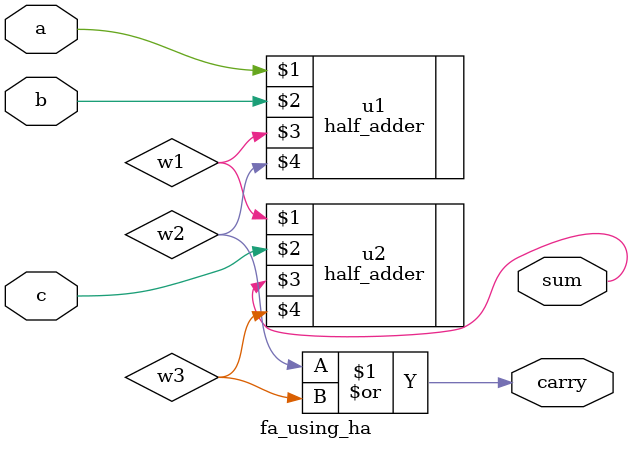
<source format=v>
module fa_using_ha(
input a,b,c,
output sum,carry
);
wire w1,w2,w3;

half_adder u1(a,b,w1,w2);
half_adder u2(w1,c,sum,w3);
or u3(carry,w2,w3);

endmodule



</source>
